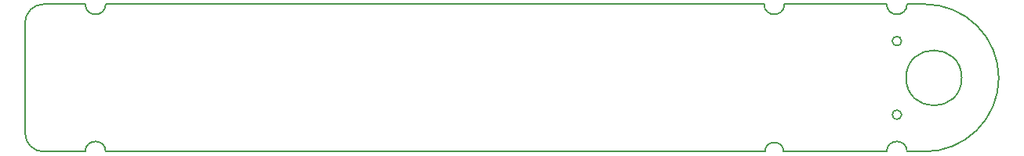
<source format=gko>
G04 #@! TF.GenerationSoftware,KiCad,Pcbnew,(5.1.6-0-10_14)*
G04 #@! TF.CreationDate,2020-07-04T12:52:55-07:00*
G04 #@! TF.ProjectId,18650,31383635-302e-46b6-9963-61645f706362,rev?*
G04 #@! TF.SameCoordinates,Original*
G04 #@! TF.FileFunction,Profile,NP*
%FSLAX46Y46*%
G04 Gerber Fmt 4.6, Leading zero omitted, Abs format (unit mm)*
G04 Created by KiCad (PCBNEW (5.1.6-0-10_14)) date 2020-07-04 12:52:55*
%MOMM*%
%LPD*%
G01*
G04 APERTURE LIST*
G04 #@! TA.AperFunction,Profile*
%ADD10C,0.150000*%
G04 #@! TD*
G04 APERTURE END LIST*
D10*
X140000000Y-108000000D02*
X151140000Y-108000000D01*
X140100000Y-92000000D02*
X151140000Y-92000000D01*
X140100000Y-92000000D02*
G75*
G02*
X137900000Y-92000000I-1100000J0D01*
G01*
X138000000Y-108000000D02*
G75*
G02*
X140000000Y-108000000I1000000J0D01*
G01*
X152740000Y-104000000D02*
G75*
G03*
X152740000Y-104000000I-500000J0D01*
G01*
X152740000Y-96000000D02*
G75*
G03*
X152740000Y-96000000I-500000J0D01*
G01*
X64600000Y-108000000D02*
X60100000Y-108000000D01*
X64600000Y-108000000D02*
G75*
G02*
X66800000Y-108000000I1100000J0D01*
G01*
X64600000Y-92000000D02*
X60100000Y-92000000D01*
X66800000Y-92000000D02*
G75*
G02*
X64600000Y-92000000I-1100000J0D01*
G01*
X153340000Y-92000000D02*
X155239999Y-91999845D01*
X153340000Y-108000000D02*
X155190001Y-107999999D01*
X155239999Y-91999845D02*
G75*
G02*
X155190001Y-107999999I1J-8000155D01*
G01*
X159240000Y-100000000D02*
G75*
G03*
X159240000Y-100000000I-3000000J0D01*
G01*
X151140000Y-108000000D02*
G75*
G02*
X153340000Y-108000000I1100000J0D01*
G01*
X153340000Y-92000000D02*
G75*
G02*
X151140000Y-92000000I-1100000J0D01*
G01*
X60100000Y-108000000D02*
G75*
G02*
X58100000Y-106000000I0J2000000D01*
G01*
X58100000Y-94000000D02*
G75*
G02*
X60100000Y-92000000I2000000J0D01*
G01*
X58100000Y-94000000D02*
X58100000Y-106000000D01*
X66800000Y-108000000D02*
X138000000Y-108000000D01*
X66800000Y-92000000D02*
X137900000Y-92000000D01*
M02*

</source>
